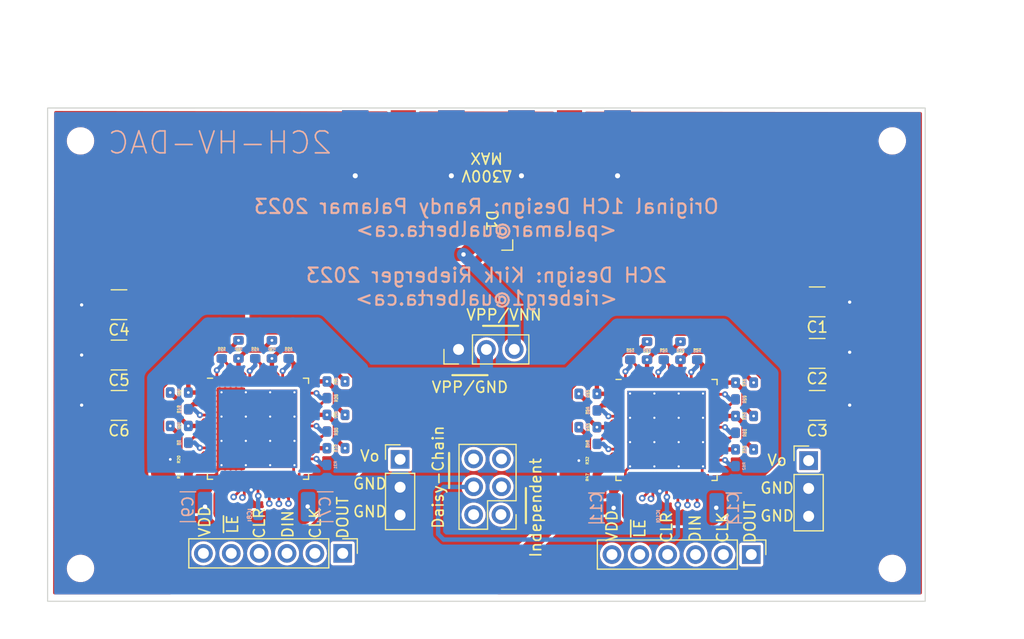
<source format=kicad_pcb>
(kicad_pcb (version 20211014) (generator pcbnew)
  (title_block (title "HVDAC - SPARC Capstone") (date "2023-03-07") (rev "01") (company "SPARC Capstone") (comment 1 "Originally by Randy Palamar") (comment 2 "Revised by Kirk Rieberger"))
  (layers (0 "F.Cu" signal) (1 "In1.Cu" signal) (2 "In2.Cu" signal) (31 "B.Cu" signal) (34 "B.Paste" user) (35 "F.Paste" user) (36 "B.SilkS" user "B.Silkscreen") (37 "F.SilkS" user "F.Silkscreen") (38 "B.Mask" user) (39 "F.Mask" user) (44 "Edge.Cuts" user))
  (property "2R" "75kΩ")
  (net 0 "")
  (net 1 "Net-(D1-Pad4)")
  (net 2 "Net-(D1-Pad2)")
  (net 3 "/DOUT_0")
  (net 4 "Net-(R1-Pad1)")
  (net 5 "Net-(R2-Pad2)")
  (net 6 "/CLK_0")
  (net 7 "GND")
  (net 8 "/DIN_0")
  (net 9 "/CLR_0")
  (net 10 "/~{LE_0}")
  (net 11 "/VB7_0")
  (net 12 "/VB7_1")
  (net 13 "/DOUT_1")
  (net 14 "Net-(R3-Pad1)")
  (net 15 "Net-(R23-Pad2)")
  (net 16 "Net-(R24-Pad1)")
  (net 17 "Net-(R25-Pad2)")
  (net 18 "Net-(R26-Pad1)")
  (net 19 "Net-(R27-Pad2)")
  (net 20 "Net-(R28-Pad1)")
  (net 21 "Net-(R29-Pad2)")
  (net 22 "Net-(R30-Pad1)")
  (net 23 "Net-(R31-Pad2)")
  (net 24 "/VPP")
  (net 26 "/VNN")
  (net 47 "/VDD")
  (net 48 "/CLR_1")
  (net 49 "/~{LE_1}")
  (net 50 "Net-(R11-Pad2)")
  (net 51 "Net-(R19-Pad1)")
  (net 52 "Net-(R21-Pad2)")
  (net 53 "Net-(R22-Pad1)")
  (net 54 "/VL")
  (net 55 "/VB0_0")
  (net 56 "/VB1_0")
  (net 57 "/VB2_0")
  (net 58 "/VB3_0")
  (net 59 "/VB4_0")
  (net 60 "/VB5_0")
  (net 61 "/VB6_0")
  (net 62 "/VB2_1")
  (net 64 "Net-(R51-Pad1)")
  (net 66 "Net-(R50-Pad2)")
  (net 67 "/VB1_1")
  (net 69 "Net-(R49-Pad1)")
  (net 71 "Net-(R48-Pad2)")
  (net 72 "/VB0_1")
  (net 74 "Net-(R47-Pad1)")
  (net 77 "/SRi_1")
  (net 78 "/SRc_1")
  (net 84 "Net-(R62-Pad2)")
  (net 86 "Net-(R61-Pad1)")
  (net 88 "Net-(R60-Pad2)")
  (net 89 "/VB6_1")
  (net 91 "Net-(R59-Pad1)")
  (net 93 "Net-(R58-Pad2)")
  (net 94 "/VB5_1")
  (net 95 "Net-(R57-Pad1)")
  (net 97 "Net-(R56-Pad2)")
  (net 98 "/VB4_1")
  (net 100 "Net-(R55-Pad1)")
  (net 102 "Net-(R54-Pad2)")
  (net 103 "/VB3_1")
  (net 105 "Net-(R53-Pad1)")
  (net 107 "Net-(R52-Pad2)")
  (net 108 "/CLK_1")
  (net 109 "/DIN_1")
  (footprint "grad_kicad_foot:R_0603_1608Metric_small_silk" (layer "F.Cu") (at 141.092682 66.765 -90)
    (fp_text reference "R39")
    (fp_text value "${2R}")
  )
  (footprint "grad_kicad_foot:R_0603_1608Metric_small_silk" (layer "F.Cu") (at 95.403682 75.1586 180)
    (fp_text reference "R3")
    (fp_text value "${2R}")
  )
  (footprint "grad_kicad_foot:Package_HDS" (layer "F.Cu") (at 123.4 54.9 -90)
    (fp_text reference "D1")
    (fp_text value "D_Bridge_+A-A")
  )
  (footprint "Capacitor_SMD:C_1210_3225Metric" (layer "F.Cu") (at 89.908682 71.763369 180)
    (fp_text reference "C6")
    (fp_text value "0.22uF")
  )
  (footprint "Connector_Coaxial:SMA_Molex_73251-1153_EdgeMount_Horizontal" (layer "F.Cu") (at 130.975 49.09 -90)
    (fp_text reference "J2" hide)
    (fp_text value "Conn_Coaxial_Power")
  )
  (footprint "grad_kicad_foot:R_0603_1608Metric_small_silk" (layer "F.Cu") (at 95.408682 78.2086 180)
    (fp_text reference "R1")
    (fp_text value "${2R}")
  )
  (footprint "Capacitor_SMD:C_1210_3225Metric" (layer "F.Cu") (at 89.908682 62.573369 180)
    (fp_text reference "C4")
    (fp_text value "0.22uF")
  )
  (footprint "grad_kicad_foot:R_0603_1608Metric_small_silk" (layer "F.Cu") (at 132.652682 73.746)
    (fp_text reference "R33")
    (fp_text value "${2R}")
  )
  (footprint "grad_kicad_foot:R_0603_1608Metric_small_silk" (layer "F.Cu") (at 146.934682 69.682 180)
    (fp_text reference "R41")
    (fp_text value "${2R}")
  )
  (footprint "grad_kicad_foot:R_0603_1608Metric_small_silk" (layer "F.Cu") (at 100.800682 66.6536 -90)
    (fp_text reference "R6")
    (fp_text value "${2R}")
  )
  (footprint "grad_kicad_foot:R_0603_1608Metric_small_silk" (layer "F.Cu") (at 105.372682 66.6536 90)
    (fp_text reference "R26")
    (fp_text value "${2R}")
  )
  (footprint "grad_kicad_foot:R_0603_1608Metric_small_silk" (layer "F.Cu") (at 146.934682 74.254)
    (fp_text reference "R61")
    (fp_text value "${2R}")
  )
  (footprint "MountingHole:MountingHole_2mm" (layer "F.Cu") (at 86.4 86.628769)
    (fp_text reference "REF**" hide)
    (fp_text value "MountingHole_2mm")
  )
  (footprint "grad_kicad_foot:R_0603_1608Metric_small_silk" (layer "F.Cu") (at 146.934682 75.778 180)
    (fp_text reference "R45")
    (fp_text value "${2R}")
  )
  (footprint "grad_kicad_foot:R_0603_1608Metric_small_silk" (layer "F.Cu") (at 109.690682 69.5706 180)
    (fp_text reference "R8")
    (fp_text value "${2R}")
  )
  (footprint "Package_DFN_QFN:VQFN-64-1EP_9x9mm_P0.5mm_EP7.15x7.15mm_ThermalVias" (layer "F.Cu") (at 139.82 74)
    (fp_text reference "U2" hide)
    (fp_text value "HV2621")
  )
  (footprint "MountingHole:MountingHole_2mm" (layer "F.Cu") (at 160.4 86.628769)
    (fp_text reference "REF**" hide)
    (fp_text value "MountingHole_2mm")
  )
  (footprint "grad_kicad_foot:R_0603_1608Metric_small_silk" (layer "F.Cu") (at 109.690682 71.0946)
    (fp_text reference "R28")
    (fp_text value "${2R}")
  )
  (footprint "MountingHole:MountingHole_2mm" (layer "F.Cu") (at 86.4 47.628769)
    (fp_text reference "REF**" hide)
    (fp_text value "MountingHole_2mm")
  )
  (footprint "grad_kicad_foot:R_0603_1608Metric_small_silk" (layer "F.Cu") (at 103.848682 66.6536 -90)
    (fp_text reference "R7")
    (fp_text value "${2R}")
  )
  (footprint "Connector_Coaxial:SMA_Molex_73251-1153_EdgeMount_Horizontal" (layer "F.Cu") (at 115.825 49.09 -90)
    (fp_text reference "J1" hide)
    (fp_text value "Conn_Coaxial_Power")
  )
  (footprint "Capacitor_SMD:C_1210_3225Metric" (layer "F.Cu") (at 153.552682 62.313369 180)
    (fp_text reference "C1")
    (fp_text value "0.22uF")
  )
  (footprint "Capacitor_SMD:C_1210_3225Metric" (layer "F.Cu") (at 89.908682 67.163369 180)
    (fp_text reference "C5")
    (fp_text value "0.22uF")
  )
  (footprint "Capacitor_SMD:C_1210_3225Metric" (layer "F.Cu") (at 153.552682 71.763369 180)
    (fp_text reference "C3")
    (fp_text value "0.22uF")
  )
  (footprint "grad_kicad_foot:R_0603_1608Metric_small_silk" (layer "F.Cu") (at 99.276682 66.6536 90)
    (fp_text reference "R22")
    (fp_text value "${2R}")
  )
  (footprint "grad_kicad_foot:R_0603_1608Metric_small_silk" (layer "F.Cu") (at 132.652682 78.32 180)
    (fp_text reference "R47")
    (fp_text value "${2R}")
  )
  (footprint "grad_kicad_foot:R_0603_1608Metric_small_silk" (layer "F.Cu") (at 102.324682 66.6536 90)
    (fp_text reference "R24")
    (fp_text value "${2R}")
  )
  (footprint "grad_kicad_foot:R_0603_1608Metric_small_silk" (layer "F.Cu") (at 142.616682 66.765 90)
    (fp_text reference "R57")
    (fp_text value "${2R}")
  )
  (footprint "grad_kicad_foot:R_0603_1608Metric_small_silk" (layer "F.Cu") (at 95.408682 76.6846 180)
    (fp_text reference "R20")
    (fp_text value "${2R}")
  )
  (footprint "grad_kicad_foot:R_0603_1608Metric_small_silk" (layer "F.Cu") (at 139.568682 66.765 90)
    (fp_text reference "R55")
    (fp_text value "${2R}")
  )
  (footprint "grad_kicad_foot:R_0603_1608Metric_small_silk" (layer "F.Cu") (at 132.652682 75.27 180)
    (fp_text reference "R49")
    (fp_text value "${2R}")
  )
  (footprint "Connector_PinHeader_2.54mm:PinHeader_2x03_P2.54mm_Vertical" (layer "F.Cu") (at 124.775 81.725 180)
    (fp_text reference "JP3 JP2" hide)
    (fp_text value "PinHeader_2x03_P2.54mm_Vertical")
  )
  (footprint "grad_kicad_foot:R_0603_1608Metric_small_silk" (layer "F.Cu") (at 95.403682 73.6346)
    (fp_text reference "R4")
    (fp_text value "${2R}")
  )
  (footprint "grad_kicad_foot:R_0603_1608Metric_small_silk" (layer "F.Cu") (at 146.934682 72.73 180)
    (fp_text reference "R43")
    (fp_text value "${2R}")
  )
  (footprint "grad_kicad_foot:R_0603_1608Metric_small_silk" (layer "F.Cu") (at 132.652682 76.796 180)
    (fp_text reference "R32")
    (fp_text value "${2R}")
  )
  (footprint "grad_kicad_foot:R_0603_1608Metric_small_silk" (layer "F.Cu") (at 109.690682 74.1426)
    (fp_text reference "R30")
    (fp_text value "${2R}")
  )
  (footprint "grad_kicad_foot:R_0603_1608Metric_small_silk" (layer "F.Cu") (at 142.616682 66.765 90)
    (fp_text reference "R57")
    (fp_text value "${2R}")
  )
  (footprint "grad_kicad_foot:R_0603_1608Metric_small_silk" (layer "F.Cu") (at 95.403682 72.1106 180)
    (fp_text reference "R19")
    (fp_text value "${2R}")
  )
  (footprint "grad_kicad_foot:R_0603_1608Metric_small_silk" (layer "F.Cu") (at 132.652682 72.222 180)
    (fp_text reference "R51")
    (fp_text value "${2R}")
  )
  (footprint "grad_kicad_foot:R_0603_1608Metric_small_silk" (layer "F.Cu") (at 132.652682 70.698)
    (fp_text reference "R35")
    (fp_text value "${2R}")
  )
  (footprint "Package_DFN_QFN:VQFN-64-1EP_9x9mm_P0.5mm_EP7.15x7.15mm_ThermalVias" (layer "F.Cu") (at 102.578682 73.8886)
    (fp_text reference "U1" hide)
    (fp_text value "HV2621")
  )
  (footprint "grad_kicad_foot:R_0603_1608Metric_small_silk" (layer "F.Cu") (at 138.044682 66.765 -90)
    (fp_text reference "R37")
    (fp_text value "${2R}")
  )
  (footprint "Connector_PinHeader_2.54mm:PinHeader_1x03_P2.54mm_Vertical" (layer "F.Cu") (at 115.532682 76.6826)
    (fp_text reference "J4" hide)
    (fp_text value "Conn_01x03_Female")
  )
  (footprint "Connector_PinHeader_2.54mm:PinHeader_1x03_P2.54mm_Vertical" (layer "F.Cu") (at 120.86 66.6536 90)
    (fp_text reference "JP1" hide)
    (fp_text value "Jumper_3_Open")
  )
  (footprint "grad_kicad_foot:R_0603_1608Metric_small_silk" (layer "F.Cu") (at 95.403682 70.5866)
    (fp_text reference "R5")
    (fp_text value "${2R}")
  )
  (footprint "Connector_PinHeader_2.54mm:PinHeader_1x06_P2.54mm_Vertical" (layer "F.Cu") (at 110.302682 85.256769 -90)
    (fp_text reference "J3" hide)
    (fp_text value "Conn_01x06_Female")
  )
  (footprint "Connector_PinHeader_2.54mm:PinHeader_1x03_P2.54mm_Vertical" (layer "F.Cu") (at 152.774 76.794)
    (fp_text reference "J5" hide)
    (fp_text value "Conn_01x03_Female")
  )
  (footprint "Capacitor_SMD:C_1210_3225Metric" (layer "F.Cu") (at 153.552682 67.013369 180)
    (fp_text reference "C2")
    (fp_text value "0.22uF")
  )
  (footprint "grad_kicad_foot:R_0603_1608Metric_small_silk" (layer "F.Cu") (at 109.690682 72.6186 180)
    (fp_text reference "R9")
    (fp_text value "${2R}")
  )
  (footprint "MountingHole:MountingHole_2mm" (layer "F.Cu") (at 160.4 47.628769)
    (fp_text reference "REF**" hide)
    (fp_text value "MountingHole_2mm")
  )
  (footprint "grad_kicad_foot:R_0603_1608Metric_small_silk" (layer "F.Cu") (at 136.520682 66.765 90)
    (fp_text reference "R53")
    (fp_text value "${2R}")
  )
  (footprint "Connector_PinHeader_2.54mm:PinHeader_1x06_P2.54mm_Vertical" (layer "F.Cu") (at 147.544 85.368169 -90)
    (fp_text reference "J6" hide)
    (fp_text value "Conn_01x06_Female")
  )
  (footprint "grad_kicad_foot:R_0603_1608Metric_small_silk" (layer "F.Cu") (at 146.934682 71.206)
    (fp_text reference "R59")
    (fp_text value "${2R}")
  )
  (footprint "grad_kicad_foot:R_0603_1608Metric_small_silk" (layer "F.Cu") (at 109.690682 75.6666 180)
    (fp_text reference "R10")
    (fp_text value "${2R}")
  )
  (footprint "grad_kicad_foot:R_0603_1608Metric_small_silk" (layer "B.Cu") (at 146.934682 72.73)
    (fp_text reference "R44")
    (fp_text value "${2R}")
  )
  (footprint "Capacitor_SMD:C_1210_3225Metric_Pad1.33x2.70mm_HandSolder" (layer "B.Cu") (at 96.190182 81.0006)
    (fp_text reference "C9")
    (fp_text value "0.1uF")
  )
  (footprint "Capacitor_SMD:C_1210_3225Metric_Pad1.33x2.70mm_HandSolder" (layer "B.Cu") (at 108.708682 81.0006 180)
    (fp_text reference "C7")
    (fp_text value "0.1uF")
  )
  (footprint "grad_kicad_foot:R_0603_1608Metric_small_silk" (layer "B.Cu") (at 109.690682 77.1906 180)
    (fp_text reference "R31")
    (fp_text value "${2R}")
  )
  (footprint "grad_kicad_foot:R_0603_1608Metric_small_silk" (layer "B.Cu") (at 146.934682 71.206 180)
    (fp_text reference "R58")
    (fp_text value "${2R}")
  )
  (footprint "grad_kicad_foot:R_0603_1608Metric_small_silk" (layer "B.Cu") (at 146.934682 74.254 180)
    (fp_text reference "R60")
    (fp_text value "${2R}")
  )
  (footprint "grad_kicad_foot:R_0603_1608Metric_small_silk" (layer "B.Cu") (at 138.044682 66.765 90)
    (fp_text reference "R38")
    (fp_text value "${2R}")
  )
  (footprint "grad_kicad_foot:R_0603_1608Metric_small_silk" (layer "B.Cu") (at 136.520682 66.765 -90)
    (fp_text reference "R52")
    (fp_text value "${2R}")
  )
  (footprint "grad_kicad_foot:R_0603_1608Metric_small_silk" (layer "B.Cu") (at 100.800682 66.6536 90)
    (fp_text reference "R14")
    (fp_text value "${2R}")
  )
  (footprint "grad_kicad_foot:R_0603_1608Metric_small_silk" (layer "B.Cu") (at 132.647682 72.222)
    (fp_text reference "R50")
    (fp_text value "${2R}")
  )
  (footprint "grad_kicad_foot:R_0603_1608Metric_small_silk" (layer "B.Cu") (at 139.568682 66.765 -90)
    (fp_text reference "R54")
    (fp_text value "${2R}")
  )
  (footprint "grad_kicad_foot:R_0603_1608Metric_small_silk" (layer "B.Cu") (at 95.403682 70.5866 180)
    (fp_text reference "R13")
    (fp_text value "${2R}")
  )
  (footprint "Capacitor_SMD:C_0603_1608Metric" (layer "B.Cu") (at 101.816682 81.7626 180)
    (fp_text reference "C8")
    (fp_text value "1uF")
  )
  (footprint "grad_kicad_foot:R_0603_1608Metric_small_silk" (layer "B.Cu") (at 132.647682 75.27)
    (fp_text reference "R48")
    (fp_text value "${2R}")
  )
  (footprint "Capacitor_SMD:C_1210_3225Metric_Pad1.33x2.70mm_HandSolder" (layer "B.Cu") (at 133.434182 81.112)
    (fp_text reference "C11")
    (fp_text value "0.1uF")
  )
  (footprint "grad_kicad_foot:R_0603_1608Metric_small_silk" (layer "B.Cu") (at 102.324682 66.6536 -90)
    (fp_text reference "R23")
    (fp_text value "${2R}")
  )
  (footprint "grad_kicad_foot:R_0603_1608Metric_small_silk" (layer "B.Cu") (at 109.690682 74.1426 180)
    (fp_text reference "R29")
    (fp_text value "${2R}")
  )
  (footprint "Capacitor_SMD:C_1210_3225Metric_Pad1.33x2.70mm_HandSolder" (layer "B.Cu") (at 145.952682 81.112 180)
    (fp_text reference "C12")
    (fp_text value "0.1uF")
  )
  (footprint "grad_kicad_foot:R_0603_1608Metric_small_silk" (layer "B.Cu") (at 142.616682 66.765 -90)
    (fp_text reference "R56")
    (fp_text value "${2R}")
  )
  (footprint "grad_kicad_foot:R_0603_1608Metric_small_silk" (layer "B.Cu") (at 99.276682 66.6536 -90)
    (fp_text reference "R21")
    (fp_text value "${2R}")
  )
  (footprint "grad_kicad_foot:R_0603_1608Metric_small_silk" (layer "B.Cu") (at 95.403682 75.1586)
    (fp_text reference "R2")
    (fp_text value "${2R}")
  )
  (footprint "grad_kicad_foot:R_0603_1608Metric_small_silk" (layer "B.Cu") (at 132.647682 73.746 180)
    (fp_text reference "R34")
    (fp_text value "${2R}")
  )
  (footprint "grad_kicad_foot:R_0603_1608Metric_small_silk" (layer "B.Cu") (at 95.403682 72.1106)
    (fp_text reference "R11")
    (fp_text value "${2R}")
  )
  (footprint "grad_kicad_foot:R_0603_1608Metric_small_silk" (layer "B.Cu") (at 141.092682 66.765 90)
    (fp_text reference "R40")
    (fp_text value "${2R}")
  )
  (footprint "grad_kicad_foot:R_0603_1608Metric_small_silk" (layer "B.Cu") (at 109.690682 69.5706)
    (fp_text reference "R16")
    (fp_text value "${2R}")
  )
  (footprint "grad_kicad_foot:R_0603_1608Metric_small_silk" (layer "B.Cu") (at 105.372682 66.6536 -90)
    (fp_text reference "R25")
    (fp_text value "${2R}")
  )
  (footprint "grad_kicad_foot:R_0603_1608Metric_small_silk" (layer "B.Cu") (at 109.690682 72.6186)
    (fp_text reference "R17")
    (fp_text value "${2R}")
  )
  (footprint "grad_kicad_foot:R_0603_1608Metric_small_silk" (layer "B.Cu") (at 103.848682 66.6536 90)
    (fp_text reference "R15")
    (fp_text value "${2R}")
  )
  (footprint "grad_kicad_foot:R_0603_1608Metric_small_silk" (layer "B.Cu") (at 146.934682 69.682)
    (fp_text reference "R42")
    (fp_text value "${2R}")
  )
  (footprint "grad_kicad_foot:R_0603_1608Metric_small_silk" (layer "B.Cu") (at 95.403682 73.6346 180)
    (fp_text reference "R12")
    (fp_text value "${2R}")
  )
  (footprint "grad_kicad_foot:R_0603_1608Metric_small_silk" (layer "B.Cu") (at 109.690682 71.0946 180)
    (fp_text reference "R27")
    (fp_text value "${2R}")
  )
  (footprint "grad_kicad_foot:R_0603_1608Metric_small_silk" (layer "B.Cu") (at 146.934682 75.778)
    (fp_text reference "R46")
    (fp_text value "${2R}")
  )
  (footprint "grad_kicad_foot:R_0603_1608Metric_small_silk" (layer "B.Cu") (at 109.690682 75.6666)
    (fp_text reference "R18")
    (fp_text value "${2R}")
  )
  (footprint "Capacitor_SMD:C_0603_1608Metric" (layer "B.Cu") (at 139.060682 81.874 180)
    (fp_text reference "C10")
    (fp_text value "1uF")
  )
  (footprint "grad_kicad_foot:R_0603_1608Metric_small_silk" (layer "B.Cu") (at 146.934682 77.302 180)
    (fp_text reference "R62")
    (fp_text value "${2R}")
  )
  (footprint "grad_kicad_foot:R_0603_1608Metric_small_silk" (layer "B.Cu") (at 132.647682 70.698 180)
    (fp_text reference "R36")
    (fp_text value "${2R}")
  )
  (gr_line (start 120.3 69) (end 123.5 69) (layer "F.SilkS") (width 0.2))
  (gr_line (start 120 76.1) (end 120 79.3) (layer "F.SilkS") (width 0.2))
  (gr_line (start 127 79.3) (end 127 82.5) (layer "F.SilkS") (width 0.2))
  (gr_line (start 123.1 64.5) (end 126.3 64.5) (layer "F.SilkS") (width 0.2))
  (gr_rect (start 83.4 44.628769) (end 163.4 89.628769) (layer "Edge.Cuts") (width 0.1) (fill none))
  (gr_text "2CH-HV-DAC" (at 99.1 47.8) (layer "B.SilkS") (effects (font (size 2 2)) (justify mirror)))
  (gr_text "Original 1CH Design: Randy Palamar 2023\n<palamar@ualberta.ca>\n\n2CH Design: Kirk Rieberger 2023\n<rieberg1@ualberta.ca>" (at 123.4 57.8) (layer "B.SilkS") (effects (font (size 1.3 1.3) (thickness 0.2)) (justify mirror)))
  (gr_text "GND" (at 112.776 78.909231) (layer "F.SilkS") (effects (font (size 1 1))))
  (gr_text "GND" (at 149.9 81.84) (layer "F.SilkS") (effects (font (size 1 1))))
  (gr_text "DOUT\n" (at 147.424 82.390769 90) (layer "F.SilkS") (effects (font (size 1 1))))
  (gr_text "CLK" (at 144.924 82.890769 90) (layer "F.SilkS") (effects (font (size 1 1))))
  (gr_text "Vo" (at 112.776 76.369231) (layer "F.SilkS") (effects (font (size 1 1))))
  (gr_text "VDD" (at 134.84 82.734769 90) (layer "F.SilkS") (effects (font (size 1 1))))
  (gr_text "CLK" (at 107.8 82.5 90) (layer "F.SilkS") (effects (font (size 1 1))))
  (gr_text "VPP/VNN" (at 125 63.5) (layer "F.SilkS") (effects (font (size 1 1))))
  (gr_text "Δ300V\nMAX" (at 123.42 50.01 180) (layer "F.SilkS") (effects (font (size 1 1))))
  (gr_text "Vo" (at 149.9 76.76) (layer "F.SilkS") (effects (font (size 1 1))))
  (gr_text "GND" (at 149.9 79.3) (layer "F.SilkS") (effects (font (size 1 1))))
  (gr_text "DIN" (at 105.3 82.6 90) (layer "F.SilkS") (effects (font (size 1 1))))
  (gr_text "DIN" (at 142.424 82.990769 90) (layer "F.SilkS") (effects (font (size 1 1))))
  (gr_text "GND" (at 112.776 81.449231) (layer "F.SilkS") (effects (font (size 1 1))))
  (gr_text "~{LE}" (at 100.256 82.598 90) (layer "F.SilkS") (effects (font (size 1 1))))
  (gr_text "CLR" (at 102.7 82.5 90) (layer "F.SilkS") (effects (font (size 1 1))))
  (gr_text "VPP/GND" (at 121.9 70.1) (layer "F.SilkS") (effects (font (size 1 1))))
  (gr_text "~{LE}" (at 137.38 82.988769 90) (layer "F.SilkS") (effects (font (size 1 1))))
  (gr_text "Independent" (at 127.9 81.1 90) (layer "F.SilkS") (effects (font (size 1 1))))
  (gr_text "Daisy-Chain" (at 119 78.3 90) (layer "F.SilkS") (effects (font (size 1 1))))
  (gr_text "DOUT\n" (at 110.3 82 90) (layer "F.SilkS") (effects (font (size 1 1))))
  (gr_text "CLR" (at 139.824 82.890769 90) (layer "F.SilkS") (effects (font (size 1 1))))
  (gr_text "VDD" (at 97.716 82.344 90) (layer "F.SilkS") (effects (font (size 1 1))))
  (segment (start 129.2606 52.2986) (end 130.975 50.5842) (width 1.2) (layer "F.Cu") (net 1))
  (segment (start 130.975 50.5842) (end 130.975 47.37) (width 1.2) (layer "F.Cu") (net 1))
  (segment (start 124.9426 52.2986) (end 129.2606 52.2986) (width 1.2) (layer "F.Cu") (net 1))
  (segment (start 123.6112 53.63) (end 124.9426 52.2986) (width 1.2) (layer "F.Cu") (net 1))
  (segment (start 120.15 53.63) (end 123.6112 53.63) (width 1.2) (layer "F.Cu") (net 1))
  (segment (start 115.825 47.37) (end 115.825 54.5602) (width 1.2) (layer "F.Cu") (net 2))
  (segment (start 117.4348 56.17) (end 120.15 56.17) (width 1.2) (layer "F.Cu") (net 2))
  (segment (start 115.825 54.5602) (end 117.4348 56.17) (width 1.2) (layer "F.Cu") (net 2))
  (segment (start 105.372682 80.699369) (end 105.358682 80.713369) (width 0.25) (layer "F.Cu") (net 3))
  (segment (start 105.372682 80.22737) (end 105.372682 80.699369) (width 0.25) (layer "F.Cu") (net 3))
  (segment (start 103.828682 78.3261) (end 103.828682 78.68337) (width 0.25) (layer "F.Cu") (net 3))
  (segment (start 103.828682 78.68337) (end 105.372682 80.22737) (width 0.25) (layer "F.Cu") (net 3))
  (via (at 105.358682 80.713369) (size 0.6) (drill 0.3) (layers "F.Cu" "B.Cu") (net 3))
  (segment (start 98.141182 77.6386) (end 96.803682 77.6386) (width 0.25) (layer "F.Cu") (net 4))
  (segment (start 96.803682 77.6386) (end 96.233682 78.2086) (width 0.25) (layer "F.Cu") (net 4))
  (segment (start 98.141182 75.6386) (end 97.280682 75.6386) (width 0.25) (layer "F.Cu") (net 5))
  (via (at 97.280682 75.6386) (size 0.55) (drill 0.25) (layers "F.Cu" "B.Cu") (net 5))
  (segment (start 96.800682 75.1586) (end 97.280682 75.6386) (width 0.4) (layer "B.Cu") (net 5))
  (segment (start 96.545682 75.1586) (end 96.800682 75.1586) (width 0.4) (layer "B.Cu") (net 5))
  (segment (start 103.328682 78.872148) (end 104.483682 80.027148) (width 0.25) (layer "F.Cu") (net 6))
  (segment (start 104.483682 80.027148) (end 104.483682 80.733369) (width 0.25) (layer "F.Cu") (net 6))
  (segment (start 103.328682 78.3261) (end 103.328682 78.872148) (width 0.25) (layer "F.Cu") (net 6))
  (via (at 104.483682 80.733369) (size 0.6) (drill 0.3) (layers "F.Cu" "B.Cu") (net 6))
  (segment (start 139.072682 79.444769) (end 139.202682 79.574769) (width 0.25) (layer "F.Cu") (net 7))
  (segment (start 110.936 47.4726) (end 110.936 48.452) (width 1.2) (layer "F.Cu") (net 7))
  (segment (start 101.828682 78.3261) (end 101.828682 79.333369) (width 0.25) (layer "F.Cu") (net 7))
  (segment (start 101.828682 79.333369) (end 101.958682 79.463369) (width 0.25) (layer "F.Cu") (net 7))
  (segment (start 139.072682 78.4375) (end 139.072682 79.444769) (width 0.25) (layer "F.Cu") (net 7))
  (segment (start 110.936 48.452) (end 110.9472 48.4632) (width 1.2) (layer "F.Cu") (net 7))
  (via (at 86.502682 71.735369) (size 0.6) (drill 0.3) (layers "F.Cu" "B.Cu") (net 7))
  (via (at 156.513682 71.735369) (size 0.6) (drill 0.3) (layers "F.Cu" "B.Cu") (net 7))
  (via (at 86.502682 67.163369) (size 0.6) (drill 0.3) (layers "F.Cu" "B.Cu") (net 7))
  (via (at 156.513682 62.337369) (size 0.6) (drill 0.3) (layers "F.Cu" "B.Cu") (net 7))
  (via (at 101.958682 79.463369) (size 0.6) (drill 0.3) (layers "F.Cu" "B.Cu") (net 7))
  (via (at 156.513682 66.909369) (size 0.6) (drill 0.3) (layers "F.Cu" "B.Cu") (net 7))
  (via (at 86.502682 62.591369) (size 0.6) (drill 0.3) (layers "F.Cu" "B.Cu") (net 7))
  (via (at 139.202682 79.574769) (size 0.6) (drill 0.3) (layers "F.Cu" "B.Cu") (net 7))
  (segment (start 102.828682 78.3261) (end 102.828682 78.9046) (width 0.25) (layer "F.Cu") (net 8))
  (segment (start 103.608682 79.6846) (end 103.608682 80.713369) (width 0.25) (layer "F.Cu") (net 8))
  (segment (start 102.828682 78.9046) (end 103.608682 79.6846) (width 0.25) (layer "F.Cu") (net 8))
  (via (at 103.608682 80.713369) (size 0.6) (drill 0.3) (layers "F.Cu" "B.Cu") (net 8))
  (segment (start 100.828682 78.3261) (end 100.828682 79.643369) (width 0.25) (layer "F.Cu") (net 9))
  (segment (start 100.828682 79.643369) (end 100.358682 80.113369) (width 0.25) (layer "F.Cu") (net 9))
  (via (at 100.358682 80.113369) (size 0.6) (drill 0.3) (layers "F.Cu" "B.Cu") (net 9))
  (segment (start 101.328682 78.3261) (end 101.328682 79.993369) (width 0.25) (layer "F.Cu") (net 10))
  (segment (start 101.328682 79.993369) (end 101.158682 80.163369) (width 0.25) (layer "F.Cu") (net 10))
  (via (at 101.158682 80.163369) (size 0.6) (drill 0.3) (layers "F.Cu" "B.Cu") (net 10))
  (segment (start 108.865682 75.6666) (end 107.951518 75.6666) (width 0.4) (layer "F.Cu") (net 11))
  (segment (start 107.951518 75.6106) (end 107.479518 75.1386) (width 0.4) (layer "F.Cu") (net 11))
  (segment (start 107.951518 75.6666) (end 107.951518 75.6106) (width 0.4) (layer "F.Cu") (net 11))
  (segment (start 107.479518 76.1386) (end 107.016182 76.1386) (width 0.4) (layer "F.Cu") (net 11))
  (segment (start 107.479518 75.1386) (end 107.016182 75.1386) (width 0.4) (layer "F.Cu") (net 11))
  (segment (start 107.951518 75.6666) (end 107.479518 76.1386) (width 0.4) (layer "F.Cu") (net 11))
  (via (at 108.865682 75.6666) (size 0.55) (drill 0.25) (layers "F.Cu" "B.Cu") (net 11))
  (segment (start 146.109682 75.778) (end 145.195518 75.778) (width 0.4) (layer "F.Cu") (net 12))
  (segment (start 145.195518 75.778) (end 145.195518 75.722) (width 0.4) (layer "F.Cu") (net 12))
  (segment (start 145.195518 75.722) (end 144.723518 75.25) (width 0.4) (layer "F.Cu") (net 12))
  (segment (start 144.723518 76.25) (end 144.260182 76.25) (width 0.4) (layer "F.Cu") (net 12))
  (segment (start 144.723518 75.25) (end 144.260182 75.25) (width 0.4) (layer "F.Cu") (net 12))
  (segment (start 145.195518 75.778) (end 144.723518 76.25) (width 0.4) (layer "F.Cu") (net 12))
  (via (at 146.109682 75.778) (size 0.55) (drill 0.25) (layers "F.Cu" "B.Cu") (net 12))
  (segment (start 141.072682 78.4375) (end 141.072682 78.79477) (width 0.25) (layer "F.Cu") (net 13))
  (segment (start 142.616682 80.810769) (end 142.602682 80.824769) (width 0.25) (layer "F.Cu") (net 13))
  (segment (start 142.616682 80.33877) (end 142.616682 80.810769) (width 0.25) (layer "F.Cu") (net 13))
  (segment (start 141.072682 78.79477) (end 142.616682 80.33877) (width 0.25) (layer "F.Cu") (net 13))
  (via (at 142.602682 80.824769) (size 0.6) (drill 0.3) (layers "F.Cu" "B.Cu") (net 13))
  (segment (start 96.748682 74.6386) (end 96.228682 75.1586) (width 0.25) (layer "F.Cu") (net 14))
  (segment (start 98.141182 74.6386) (end 96.748682 74.6386) (width 0.25) (layer "F.Cu") (net 14))
  (segment (start 101.828682 69.4511) (end 101.828682 68.6146) (width 0.25) (layer "F.Cu") (net 15))
  (via (at 101.828682 68.6146) (size 0.55) (drill 0.25) (layers "F.Cu" "B.Cu") (net 15))
  (segment (start 102.324682 67.4786) (end 102.324682 68.1186) (width 0.4) (layer "B.Cu") (net 15))
  (segment (start 102.324682 68.1186) (end 101.828682 68.6146) (width 0.4) (layer "B.Cu") (net 15))
  (segment (start 102.828682 69.4511) (end 102.828682 67.9826) (width 0.25) (layer "F.Cu") (net 16))
  (segment (start 102.828682 67.9826) (end 102.324682 67.4786) (width 0.25) (layer "F.Cu") (net 16))
  (segment (start 104.828682 69.4511) (end 104.828682 68.6146) (width 0.25) (layer "F.Cu") (net 17))
  (via (at 104.828682 68.6146) (size 0.55) (drill 0.25) (layers "F.Cu" "B.Cu") (net 17))
  (segment (start 105.372682 67.4786) (end 105.372682 68.0706) (width 0.4) (layer "B.Cu") (net 17))
  (segment (start 105.372682 68.0706) (end 104.828682 68.6146) (width 0.4) (layer "B.Cu") (net 17))
  (segment (start 105.828682 69.4511) (end 105.828682 67.9346) (width 0.4) (layer "F.Cu") (net 18))
  (segment (start 105.828682 67.9346) (end 105.372682 67.4786) (width 0.4) (layer "F.Cu") (net 18))
  (segment (start 107.016182 70.6386) (end 107.860682 70.6386) (width 0.25) (layer "F.Cu") (net 19))
  (via (at 107.908682 70.6386) (size 0.55) (drill 0.25) (layers "F.Cu" "B.Cu") (net 19))
  (segment (start 108.865682 71.0946) (end 108.316682 71.0946) (width 0.4) (layer "B.Cu") (net 19))
  (segment (start 108.316682 71.0946) (end 107.860682 70.6386) (width 0.4) (layer "B.Cu") (net 19))
  (segment (start 107.016182 71.6386) (end 108.321682 71.6386) (width 0.25) (layer "F.Cu") (net 20))
  (segment (start 108.321682 71.6386) (end 108.865682 71.0946) (width 0.25) (layer "F.Cu") (net 20))
  (segment (start 107.016182 73.6386) (end 107.908682 73.6386) (width 0.25) (layer "F.Cu") (net 21))
  (via (at 107.908682 73.6386) (size 0.55) (drill 0.25) (layers "F.Cu" "B.Cu") (net 21))
  (segment (start 108.865682 74.1426) (end 108.412682 74.1426) (width 0.4) (layer "B.Cu") (net 21))
  (segment (start 108.412682 74.1426) (end 107.908682 73.6386) (width 0.4) (layer "B.Cu") (net 21))
  (segment (start 107.016182 74.6386) (end 108.369682 74.6386) (width 0.25) (layer "F.Cu") (net 22))
  (segment (start 108.369682 74.6386) (end 108.865682 74.1426) (width 0.25) (layer "F.Cu") (net 22))
  (segment (start 107.016182 76.6386) (end 107.956682 76.6386) (width 0.25) (layer "F.Cu") (net 23))
  (via (at 107.908682 76.6386) (size 0.55) (drill 0.25) (layers "F.Cu" "B.Cu") (net 23))
  (segment (start 108.865682 77.1906) (end 108.460682 77.1906) (width 0.4) (layer "B.Cu") (net 23))
  (segment (start 108.460682 77.1906) (end 107.908682 76.6386) (width 0.4) (layer "B.Cu") (net 23))
  (segment (start 136.352682 81.696) (end 136.352682 80.096) (width 1.2) (layer "F.Cu") (net 24))
  (segment (start 112.008682 73.6026) (end 111.468682 74.1426) (width 1.2) (layer "F.Cu") (net 24))
  (segment (start 152.077682 71.763369) (end 152.077682 74.071) (width 1.2) (layer "F.Cu") (net 24))
  (segment (start 142.072682 78.900836) (end 144.267846 81.096) (width 0.4) (layer "F.Cu") (net 24))
  (segment (start 94.583682 78.2086) (end 93.690682 78.2086) (width 1) (layer "F.Cu") (net 24))
  (segment (start 139.271682 64.813) (end 136.817682 64.813) (width 1.2) (layer "F.Cu") (net 24))
  (segment (start 107.808682 80.9846) (end 107.208682 80.9846) (width 1.2) (layer "F.Cu") (net 24))
  (segment (start 142.616682 65.11) (end 142.319682 64.813) (width 1) (layer "F.Cu") (net 24))
  (segment (start 137.072682 79.376) (end 136.352682 80.096) (width 0.4) (layer "F.Cu") (net 24))
  (segment (start 142.072682 78.4375) (end 142.072682 78.79477) (width 0.25) (layer "F.Cu") (net 24))
  (segment (start 99.276682 64.9986) (end 99.573682 64.7016) (width 1) (layer "F.Cu") (net 24))
  (segment (start 105.075682 64.7016) (end 102.027682 64.7016) (width 1.2) (layer "F.Cu") (net 24))
  (segment (start 142.616682 65.94) (end 142.616682 65.11) (width 1) (layer "F.Cu") (net 24))
  (segment (start 114.833682 62.313369) (end 106.237451 62.313369) (width 1.2) (layer "F.Cu") (net 24))
  (segment (start 93.434682 69.944624) (end 93.434682 74.9046) (width 1.2) (layer "F.Cu") (net 24))
  (segment (start 114.833682 62.313369) (end 114.833682 61.188318) (width 1.2) (layer "F.Cu") (net 24))
  (segment (start 122.8252 59.9948) (end 126.65 56.17) (width 1.2) (layer "F.Cu") (net 24))
  (segment (start 93.434682 74.1426) (end 93.434682 77.9526) (width 1.2) (layer "F.Cu") (net 24))
  (segment (start 93.434682 74.1426) (end 93.434682 74.9046) (width 1.2) (layer "F.Cu") (net 24))
  (segment (start 104.828682 78.789436) (end 107.023846 80.9846) (width 0.4) (layer "F.Cu") (net 24))
  (segment (start 149.252682 69.389024) (end 149.252682 73.424769) (width 1.2) (layer "F.Cu") (net 24))
  (segment (start 94.578682 75.1586) (end 93.688682 75.1586) (width 1) (layer "F.Cu") (net 24))
  (segment (start 136.7134 56.17) (end 139.568682 59.025282) (width 1.2) (layer "F.Cu") (net 24))
  (segment (start 130.678682 74.254) (end 130.678682 75.016) (width 1.2) (layer "F.Cu") (net 24))
  (segment (start 136.520682 65.11) (end 136.817682 64.813) (width 1) (layer "F.Cu") (net 24))
  (segment (start 114.833682 71.763369) (end 114.833682 73.9596) (width 1.2) (layer "F.Cu") (net 24))
  (segment (start 93.688682 75.1586) (end 93.434682 74.9046) (width 1) (layer "F.Cu") (net 24))
  (segment (start 136.752682 82.096) (end 136.352682 81.696) (width 1.2) (layer "F.Cu") (net 24))
  (segment (start 131.827682 78.32) (end 130.934682 78.32) (width 1) (layer "F.Cu") (net 24))
  (segment (start 99.276682 65.8286) (end 99.276682 64.9986) (width 1) (layer "F.Cu") (net 24))
  (segment (start 136.817682 64.813) (end 135.921706 64.813) (width 1.2) (layer "F.Cu") (net 24))
  (segment (start 99.108682 81.5846) (end 99.108682 79.9846) (width 1.2) (layer "F.Cu") (net 24))
  (segment (start 110.515682 74.1426) (end 111.468682 74.1426) (width 1) (layer "F.Cu") (net 24))
  (segment (start 107.108682 80.9846) (end 107.208682 80.9846) (width 0.4) (layer "F.Cu") (net 24))
  (segment (start 131.822682 75.27) (end 130.932682 75.27) (width 1) (layer "F.Cu") (net 24))
  (segment (start 94.578682 72.1106) (end 93.688682 72.1106) (width 1) (layer "F.Cu") (net 24))
  (segment (start 131.822682 72.222) (end 130.932682 72.222) (width 1) (layer "F.Cu") (net 24))
  (segment (start 102.324682 65.8286) (end 102.324682 64.9986) (width 1) (layer "F.Cu") (net 24))
  (segment (start 104.828682 78.3261) (end 104.828682 78.68337) (width 0.25) (layer "F.Cu") (net 24))
  (segment (start 126.65 56.17) (end 136.7134 56.17) (width 1.2) (layer "F.Cu") (net 24))
  (segment (start 105.372682 64.9986) (end 105.075682 64.7016) (width 1) (layer "F.Cu") (net 24))
  (segment (start 102.027682 64.7016) (end 99.573682 64.7016) (width 1.2) (layer "F.Cu") (net 24))
  (segment (start 145.052682 81.096) (end 144.452682 81.096) (width 1.2) (layer "F.Cu") (net 24))
  (segment (start 152.077682 74.071) (end 145.052682 81.096) (width 1.2) (layer "F.Cu") (net 24))
  (segment (start 152.077682 67.013369) (end 152.077682 62.313369) (width 1.2) (layer "F.Cu") (net 24))
  (segment (start 112.008682 73.313369) (end 112.008682 73.6026) (width 1.2) (layer "F.Cu") (net 24))
  (segment (start 152.077682 71.763369) (end 152.077682 67.013369) (width 1.2) (layer "F.Cu") (net 24))
  (segment (start 102.408682 64.3206) (end 102.408682 62.7846) (width 1.2) (layer "F.Cu") (net 24))
  (segment (start 135.921706 64.813) (end 130.678682 70.056024) (width 1.2) (layer "F.Cu") (net 24))
  (segment (start 147.759682 74.254) (end 148.712682 74.254) (width 1) (layer "F.Cu") (net 24))
  (segment (start 149.252682 73.714) (end 148.712682 74.254) (width 1.2) (layer "F.Cu") (net 24))
  (segment (start 142.072682 78.4375) (end 142.072682 78.900836) (width 0.4) (layer "F.Cu") (net 24))
  (segment (start 106.237451 62.313369) (end 102.879913 62.313369) (width 1.2) (layer "F.Cu") (net 24))
  (segment (start 105.372682 65.8286) (end 105.372682 64.9986) (width 1) (layer "F.Cu") (net 24))
  (segment (start 130.678682 70.056024) (end 130.678682 75.016) (width 1.2) (layer "F.Cu") (net 24))
  (segment (start 139.568682 59.025282) (end 148.789595 59.025282) (width 1.2) (layer "F.Cu") (net 24))
  (segment (start 104.828682 78.3261) (end 104.828682 78.789436) (width 0.4) (layer "F.Cu") (net 24))
  (segment (start 106.237451 62.313369) (end 106.258682 62.292138) (width 1.2) (layer "F.Cu") (net 24))
  (segment (start 130.934682 78.32) (end 130.932682 78.318) (width 1) (layer "F.Cu") (net 24))
  (segment (start 144.352682 81.096) (end 144.452682 81.096) (width 0.4) (layer "F.Cu") (net 24))
  (segment (start 99.508682 81.9846) (end 99.108682 81.5846) (width 1.2) (layer "F.Cu") (net 24))
  (segment (start 130.678682 74.254) (end 130.678682 78.064) (width 1.2) (layer "F.Cu") (net 24))
  (segment (start 102.879913 62.313369) (end 102.408682 62.7846) (width 1.2) (layer "F.Cu") (net 24))
  (segment (start 93.434682 77.9526) (end 93.688682 78.2066) (width 1.2) (layer "F.Cu") (net 24))
  (segment (start 110.515682 71.0946) (end 111.468682 71.0946) (width 1) (layer "F.Cu") (net 24))
  (segment (start 114.833682 61.188318) (end 116.0272 59.9948) (width 1.2) (layer "F.Cu") (net 24))
  (segment (start 112.008682 69.277624) (end 112.008682 73.313369) (width 1.2) (layer "F.Cu") (net 24))
  (segment (start 130.932682 75.27) (end 130.678682 75.016) (width 1) (layer "F.Cu") (net 24))
  (segment (start 99.828682 78.3261) (end 99.828682 79.2646) (width 0.4) (layer "F.Cu") (net 24))
  (segment (start 144.676658 64.813) (end 149.252682 69.389024) (width 1.2) (layer "F.Cu") (net 24))
  (segment (start 142.319682 64.813) (end 139.271682 64.813) (width 1.2) (layer "F.Cu") (net 24))
  (segment (start 147.759682 71.206) (end 148.712682 71.206) (width 1) (layer "F.Cu") (net 24))
  (segment (start 139.568682 65.94) (end 139.568682 65.11) (width 1) (layer "F.Cu") (net 24))
  (segment (start 149.252682 73.424769) (end 149.252682 73.714) (width 1.2) (layer "F.Cu") (net 24))
  (segment (start 99.828682 79.2646) (end 99.108682 79.9846) (width 0.4) (layer "F.Cu") (net 24))
  (segment (start 142.319682 64.813) (end 144.676658 64.813) (width 1.2) (layer "F.Cu") (net 24))
  (segment (start 116.0272 59.9948) (end 122.8252 59.9948) (width 1.2) (layer "F.Cu") (net 24))
  (segment (start 107.808682 80.9846) (end 106.808682 81.9846) (width 1.2) (layer "F.Cu") (net 24))
  (segment (start 106.808682 81.9846) (end 99.508682 81.9846) (width 1.2) (layer "F.Cu") (net 24))
  (segment (start 105.075682 64.7016) (end 107.432658 64.7016) (width 1.2) (layer "F.Cu") (net 24))
  (segment (start 107.023846 80.9846) (end 107.108682 80.9846) (width 0.4) (layer "F.Cu") (net 24))
  (segment (start 130.678682 78.064) (end 130.932682 78.318) (width 1.2) (layer "F.Cu") (net 24))
  (segment (start 144.052682 82.096) (end 136.752682 82.096) (width 1.2) (layer "F.Cu") (net 24))
  (segment (start 144.267846 81.096) (end 144.352682 81.096) (width 0.4) (layer "F.Cu") (net 24))
  (segment (start 139.568682 59.025282) (end 139.568682 64.516) (width 1.2) (layer "F.Cu") (net 24))
  (segment (start 148.789595 59.025282) (end 152.077682 62.313369) (width 1.2) (layer "F.Cu") (net 24))
  (segment (start 93.690682 78.2086) (end 93.688682 78.2066) (width 1) (layer "F.Cu") (net 24))
  (segment (start 98.677706 64.7016) (end 93.434682 69.944624) (width 1.2) (layer "F.Cu") (net 24))
  (segment (start 145.052682 81.096) (end 144.052682 82.096) (width 1.2) (layer "F.Cu") (net 24))
  (segment (start 99.573682 64.7016) (end 98.677706 64.7016) (width 1.2) (layer "F.Cu") (net 24))
  (segment (start 137.072682 78.4375) (end 137.072682 79.376) (width 0.4) (layer "F.Cu") (net 24))
  (segment (start 139.568682 64.516) (end 139.271682 64.813) (width 1.2) (layer "F.Cu") (net 24))
  (segment (start 136.520682 65.94) (end 136.520682 65.11) (width 1) (layer "F.Cu") (net 24))
  (segment (start 107.432658 64.7016) (end 112.008682 69.277624) (width 1.2) (layer "F.Cu") (net 24))
  (segment (start 114.833682 73.9596) (end 107.808682 80.9846) (width 1.2) (layer "F.Cu") (net 24))
  (segment (start 114.833682 62.313369) (end 114.833682 71.763369) (width 1.2) (layer "F.Cu") (net 24))
  (via (at 144.352682 81.096) (size 0.8) (drill 0.4) (layers "F.Cu" "B.Cu") (net 24))
  (via (at 107.108682 80.9846) (size 0.8) (drill 0.4) (layers "F.Cu" "B.Cu") (net 24))
  (segment (start 93.688682 81.0006) (end 97.752682 81.0006) (width 1.2) (layer "F.Cu") (net 26))
  (segment (start 134.996682 81.112) (end 134.996682 79.5135) (width 0.8) (layer "F.Cu") (net 26))
  (segment (start 97.752682 79.4021) (end 98.677182 78.4776) (width 0.8) (layer "F.Cu") (net 26))
  (segment (start 126.65 53.63) (end 125.7194 53.63) (width 1.2) (layer "F.Cu") (net 26))
  (segment (start 93.688682 81.0006) (end 93.688682 86.688682) (width 1.2) (layer "F.Cu") (net 26))
  (segment (start 91.383682 78.6956) (end 93.688682 81.0006) (width 1.2) (layer "F.Cu") (net 26))
  (segment (start 99.915913 62.466287) (end 99.915913 62.573369) (width 1.2) (layer "F.Cu") (net 26))
  (segment (start 97.752682 81.0006) (end 97.752682 79.4021) (width 0.8) (layer "F.Cu") (net 26))
  (segment (start 136.072682 77.75) (end 136.622682 77.2) (width 0.25) (layer "F.Cu") (net 26))
  (segment (start 121.3118 57.9882) (end 104.394 57.9882) (width 1.2) (layer "F.Cu") (net 26))
  (segment (start 121.3612 57.9882) (end 121.3118 57.9882) (width 1.2) (layer "F.Cu") (net 26))
  (segment (start 105.828682 78.3261) (end 105.828682 77.1096) (width 0.25) (layer "F.Cu") (net 26))
  (segment (start 143.072682 78.4375) (end 143.072682 77.221) (width 0.25) (layer "F.Cu") (net 26))
  (segment (start 130.932682 81.112) (end 134.996682 81.112) (width 1.2) (layer "F.Cu") (net 26))
  (segment (start 136.072682 78.4375) (end 136.072682 77.75) (width 0.25) (layer "F.Cu") (net 26))
  (segment (start 125.7194 53.63) (end 121.3612 57.9882) (width 1.2) (layer "F.Cu") (net 26))
  (segment (start 98.828682 78.3261) (end 98.828682 77.6386) (width 0.25) (layer "F.Cu") (net 26))
  (segment (start 134.996682 79.5135) (end 135.921182 78.589) (width 0.8) (layer "F.Cu") (net 26))
  (segment (start 93.688682 86.688682) (end 95 88) (width 1.2) (layer "F.Cu") (net 26))
  (segment (start 98.828682 77.6386) (end 99.378682 77.0886) (width 0.25) (layer "F.Cu") (net 26))
  (segment (start 124.044682 88) (end 130.932682 81.112) (width 1.2) (layer "F.Cu") (net 26))
  (segment (start 91.383682 62.573369) (end 99.915913 62.573369) (width 1.2) (layer "F.Cu") (net 26))
  (segment (start 95 88) (end 124.044682 88) (width 1.2) (layer "F.Cu") (net 26))
  (segment (start 91.383682 71.763369) (end 91.383682 78.6956) (width 1.2) (layer "F.Cu") (net 26))
  (segment (start 104.394 57.9882) (end 99.915913 62.466287) (width 1.2) (layer "F.Cu") (net 26))
  (segment (start 91.383682 62.573369) (end 91.383682 71.763369) (width 1.2) (layer "F.Cu") (net 26))
  (via (at 97.752682 81.0006) (size 0.8) (drill 0.4) (layers "F.Cu" "B.Cu") (net 26))
  (via (at 121.3118 57.9882) (size 0.8) (drill 0.4) (layers "F.Cu" "B.Cu") (net 26))
  (via (at 134.996682 81.112) (size 0.8) (drill 0.4) (layers "F.Cu" "B.Cu") (net 26))
  (segment (start 125.94 66.6536) (end 125.94 62.6164) (width 1.2) (layer "B.Cu") (net 26))
  (segment (start 125.94 62.6164) (end 121.3118 57.9882) (width 1.2) (layer "B.Cu") (net 26))
  (segment (start 102.328682 78.997053) (end 102.578682 79.247053) (width 0.25) (layer "F.Cu") (net 47))
  (segment (start 139.572682 79.108453) (end 139.822682 79.358453) (width 0.25) (layer "F.Cu") (net 47))
  (segment (start 139.822682 80.094769) (end 139.852682 80.124769) (width 0.25) (layer "F.Cu") (net 47))
  (segment (start 102.328682 78.3261) (end 102.328682 78.997053) (width 0.25) (layer "F.Cu") (net 47))
  (segment (start 102.578682 79.983369) (end 102.608682 80.013369) (width 0.25) (layer "F.Cu") (net 47))
  (segment (start 139.572682 78.4375) (end 139.572682 79.108453) (width 0.25) (layer "F.Cu") (net 47))
  (segment (start 102.578682 79.247053) (end 102.578682 79.983369) (width 0.25) (layer "F.Cu") (net 47))
  (segment (start 139.822682 79.358453) (end 139.822682 80.094769) (width 0.25) (layer "F.Cu") (net 47))
  (via (at 139.852682 80.124769) (size 0.6) (drill 0.3) (layers "F.Cu" "B.Cu") (net 47))
  (via (at 102.608682 80.013369) (size 0.6) (drill 0.3) (layers "F.Cu" "B.Cu") (net 47))
  (segment (start 102.591682 80.030369) (end 102.608682 80.013369) (width 0.25) (layer "B.Cu") (net 47))
  (segment (start 139.852682 81.857) (end 139.835682 81.874) (width 0.25) (layer "B.Cu") (net 47))
  (segment (start 139.852682 80.124769) (end 139.852682 81.857) (width 0.4) (layer "B.Cu") (net 47))
  (segment (start 102.591682 81.7626) (end 102.591682 80.030369) (width 0.4) (layer "B.Cu") (net 47))
  (segment (start 138.072682 79.754769) (end 137.602682 80.224769) (width 0.25) (layer "F.Cu") (net 48))
  (segment (start 138.072682 78.4375) (end 138.072682 79.754769) (width 0.25) (layer "F.Cu") (net 48))
  (via (at 137.602682 80.224769) (size 0.6) (drill 0.3) (layers "F.Cu" "B.Cu") (net 48))
  (segment (start 138.572682 80.104769) (end 138.402682 80.274769) (width 0.25) (layer "F.Cu") (net 49))
  (segment (start 138.572682 78.4375) (end 138.572682 80.104769) (width 0.25) (layer "F.Cu") (net 49))
  (via (at 138.402682 80.274769) (size 0.6) (drill 0.3) (layers "F.Cu" "B.Cu") (net 49))
  (segment (start 98.141182 72.6386) (end 97.264682 72.6386) (width 0.25) (layer "F.Cu") (net 50))
  (via (at 97.280682 72.6386) (size 0.55) (drill 0.25) (layers "F.Cu" "B.Cu") (net 50))
  (segment (start 96.228682 72.1106) (end 96.752682 72.1106) (width 0.4) (layer "B.Cu") (net 50))
  (segment (start 96.752682 72.1106) (end 97.280682 72.6386) (width 0.4) (layer "B.Cu") (net 50))
  (segment (start 96.700682 71.6386) (end 98.141182 71.6386) (width 0.4) (layer "F.Cu") (net 51))
  (segment (start 96.228682 72.1106) (end 96.700682 71.6386) (width 0.4) (layer "F.Cu") (net 51))
  (segment (start 98.828682 69.4511) (end 98.828682 68.6146) (width 0.25) (layer "F.Cu") (net 52))
  (via (at 98.828682 68.5546) (size 0.55) (drill 0.25) (layers "F.Cu" "B.Cu") (net 52))
  (segment (start 99.276682 68.1066) (end 98.828682 68.5546) (width 0.4) (layer "B.Cu") (net 52))
  (segment (start 99.276682 67.4786) (end 99.276682 68.1066) (width 0.4) (layer "B.Cu") (net 52))
  (segment (start 99.828682 69.4511) (end 99.828682 68.0306) (width 0.25) (layer "F.Cu") (net 53))
  (segment (start 99.828682 68.0306) (end 99.276682 67.4786) (width 0.25) (layer "F.Cu") (net 53))
  (via (at 131.827682 76.796) (size 0.55) (drill 0.25) (layers "F.Cu" "B.Cu") (net 54))
  (via (at 94.583682 76.6846) (size 0.55) (drill 0.25) (layers "F.Cu" "B.Cu") (net 54))
  (segment (start 130.14 73.98) (end 131.43 75.27) (width 1.2) (layer "B.Cu") (net 54))
  (segment (start 112.02 76.53) (end 111.3594 77.1906) (width 1.2) (layer "B.Cu") (net 54))
  (segment (start 112.02 70.93) (end 112.02 74.18) (width 1.2) (layer "B.Cu") (net 54))
  (segment (start 121.047081 70.93) (end 123.33 70.93) (width 1.2) (layer "B.Cu") (net 54))
  (segment (start 121.047081 70.93) (end 112.02 70.93) (width 1.2) (layer "B.Cu") (net 54))
  (segment (start 149.42 71.28) (end 149.42 68.86) (width 1.2) (layer "B.Cu") (net 54))
  (segment (start 148.738 77.302) (end 149.42 76.62) (width 1.2) (layer "B.Cu") (net 54))
  (segment (start 139.568682 64.778682) (end 139.23 64.44) (width 1.2) (layer "B.Cu") (net 54))
  (segment (start 142.616682 65.94) (end 142.616682 64.713318) (width 1.2) (layer "B.Cu") (net 54))
  (segment (start 105.372682 64.717318) (end 105.75 64.34) (width 1.2) (layer "B.Cu") (net 54))
  (segment (start 130.14 70.94) (end 130.14 72.04) (width 1.2) (layer "B.Cu") (net 54))
  (segment (start 111.9826 74.1426) (end 112.02 74.18) (width 1.2) (layer "B.Cu") (net 54))
  (segment (start 131.822682 72.222) (end 130.322 72.222) (width 1.2) (layer "B.Cu") (net 54))
  (segment (start 93.08 71.96) (end 93.08 69.27) (width 1.2) (layer "B.Cu") (net 54))
  (segment (start 149.346 71.206) (end 149.42 71.28) (width 1.2) (layer "B.Cu") (net 54))
  (segment (start 102.324682 64.785318) (end 102.77 64.34) (width 1.2) (layer "B.Cu") (net 54))
  (segment (start 93.08 74.64) (end 93.08 71.96) (width 1.2) (layer "B.Cu") (net 54))
  (segment (start 110.515682 71.0946) (end 111.8554 71.0946) (width 1.2) (layer "B.Cu") (net 54))
  (segment (start 149.42 76.62) (end 149.42 74.04) (width 1.2) (layer "B.Cu") (net 54))
  (segment (start 142.89 64.44) (end 139.23 64.44) (width 1.2) (layer "B.Cu") (net 54))
  (segment (start 139.23 64.44) (end 136.6 64.44) (width 1.2) (layer "B.Cu") (net 54))
  (segment (start 93.08 69.27) (end 98.01 64.34) (width 1.2) (layer "B.Cu") (net 54))
  (segment (start 147.759682 71.206) (end 149.346 71.206) (width 1.2) (layer "B.Cu") (net 54))
  (segment (start 107.99 64.34) (end 105.75 64.34) (width 1.2) (layer "B.Cu") (net 54))
  (segment (start 123.4 70.86) (end 123.33 70.93) (width 1.2) (layer "B.Cu") (net 54))
  (segment (start 94.578682 75.1586) (end 93.5986 75.1586) (width 1.2) (layer "B.Cu") (net 54))
  (segment (start 125.97 70.93) (end 130.13 70.93) (width 1.2) (layer "B.Cu") (net 54))
  (segment (start 123.4 66.6536) (end 123.4 70.86) (width 1.2) (layer "B.Cu") (net 54))
  (segment (start 149.206 74.254) (end 149.42 74.04) (width 1.2) (layer "B.Cu") (net 54))
  (segment (start 123.33 70.93) (end 125.97 70.93) (width 1.2) (layer "B.Cu") (net 54))
  (segment (start 102.77 64.34) (end 105.75 64.34) (width 1.2) (layer "B.Cu") (net 54))
  (segment (start 99.276682 64.516682) (end 99.1 64.34) (width 1.2) (layer "B.Cu") (net 54))
  (segment (start 93.2306 72.1106) (end 93.08 71.96) (width 1.2) (layer "B.Cu") (net 54))
  (segment (start 147.759682 74.254) (end 149.206 74.254) (width 1.2) (layer "B.Cu") (net 54))
  (segment (start 139.568682 65.94) (end 139.568682 64.778682) (width 1.2) (layer "B.Cu") (net 54))
  (segment (start 147.759682 77.302) (end 148.738 77.302) (width 1.2) (layer "B.Cu") (net 54))
  (segment (start 130.14 72.04) (end 130.14 73.98) (width 1.2) (layer "B.Cu") (net 54))
  (segment (start 136.6 64.44) (end 135.33 64.44) (width 1.2) (layer "B.Cu") (net 54))
  (segment (start 94.578682 72.1106) (end 93.2306 72.1106) (width 1.2) (layer "B.Cu") (net 54))
  (segment (start 136.520682 64.519318) (end 136.6 64.44) (width 1.2) (layer "B.Cu") (net 54))
  (segment (start 149.42 74.04) (end 149.42 71.28) (width 1.2) (layer "B.Cu") (net 54))
  (segment (start 111.8554 71.0946) (end 112.02 70.93) (width 1.2) (layer "B.Cu") (net 54))
  (segment (start 99.1 64.34) (end 102.77 64.34) (width 1.2) (layer "B.Cu") (net 54))
  (segment (start 112.02 74.18) (end 112.02 76.53) (width 1.2) (layer "B.Cu") (net 54))
  (segment (start 98.01 64.34) (end 99.1 64.34) (width 1.2) (layer "B.Cu") (net 54))
  (segment (start 136.520682 65.94) (end 136.520682 64.519318) (width 1.2) (layer "B.Cu") (net 54))
  (segment (start 93.5986 75.1586) (end 93.08 74.64) (width 1.2) (layer "B.Cu") (net 54))
  (segment (start 135.33 64.44) (end 130.14 69.63) (width 1.2) (layer "B.Cu") (net 54))
  (segment (start 112.02 70.93) (end 112.02 68.37) (width 1.2) (layer "B.Cu") (net 54))
  (segment (start 130.322 72.222) (end 130.14 72.04) (width 1.2) (layer "B.Cu") (net 54))
  (segment (start 142.616682 64.713318) (end 142.89 64.44) (width 1.2) (layer "B.Cu") (net 54))
  (segment (start 111.3594 77.1906) (end 110.515682 77.1906) (width 1.2) (layer "B.Cu") (net 54))
  (segment (start 145 64.44) (end 142.89 64.44) (width 1.2) (layer "B.Cu") (net 54))
  (segment (start 149.42 68.86) (end 145 64.44) (width 1.2) (layer "B.Cu") (net 54))
  (segment (start 131.43 75.27) (end 131.822682 75.27) (width 1.2) (layer "B.Cu") (net 54))
  (segment (start 99.276682 65.8286) (end 99.276682 64.516682) (width 1.2) (layer "B.Cu") (net 54))
  (segment (start 102.324682 65.8286) (end 102.324682 64.785318) (width 1.2) (layer "B.Cu") (net 54))
  (segment (start 105.372682 65.8286) (end 105.372682 64.717318) (width 1.2) (layer "B.Cu") (net 54))
  (segment (start 130.14 69.63) (end 130.14 70.94) (width 1.2) (layer "B.Cu") (net 54))
  (segment (start 110.515682 74.1426) (end 111.9826 74.1426) (width 1.2) (layer "B.Cu") (net 54))
  (segment (start 130.13 70.93) (end 130.14 70.94) (width 1.2) (layer "B.Cu") (net 54))
  (segment (start 112.02 68.37) (end 107.99 64.34) (width 1.2) (layer "B.Cu") (net 54))
  (segment (start 97.233264 76.694018) (end 96.2431 76.694018) (width 0.4) (layer "F.Cu") (net 55))
  (segment (start 97.233264 76.694018) (end 97.677846 77.1386) (width 0.4) (layer "F.Cu") (net 55))
  (segment (start 98.141182 77.1386) (end 97.783912 77.1386) (width 0.25) (layer "F.Cu") (net 55))
  (segment (start 95.501682 75.9526) (end 95.501682 74.5576) (width 0.4) (layer "F.Cu") (net 55))
  (segment (start 97.677846 77.1386) (end 98.141182 77.1386) (width 0.4) (layer "F.Cu") (net 55))
  (segment (start 96.233682 76.6846) (end 95.501682 75.9526) (width 0.4) (layer "F.Cu") (net 55))
  (segment (start 98.141182 76.1386) (end 97.677846 76.1386) (width 0.4) (layer "F.Cu") (net 55))
  (segment (start 97.677846 76.1386) (end 97.233264 76.583182) (width 0.4) (layer "F.Cu") (net 55))
  (segment (start 95.501682 74.5576) (end 94.578682 73.6346) (width 0.4) (layer "F.Cu") (net 55))
  (segment (start 97.233264 76.583182) (end 97.233264 76.694018) (width 0.4) (layer "F.Cu") (net 55))
  (via (at 94.578682 73.6346) (size 0.55) (drill 0.25) (layers "F.Cu" "B.Cu") (net 55))
  (segment (start 97.677846 73.1386) (end 98.141182 73.1386) (width 0.4) (layer "F.Cu") (net 56))
  (segment (start 96.228682 73.6346) (end 97.181846 73.6346) (width 0.4) (layer "F.Cu") (net 56))
  (segment (start 95.405183 72.811101) (end 96.228682 73.6346) (width 0.4) (layer "F.Cu") (net 56))
  (segment (start 97.181846 73.6346) (end 97.677846 73.1386) (width 0.4) (layer "F.Cu") (net 56))
  (segment (start 97.181846 73.6346) (end 97.181846 73.6426) (width 0.4) (layer "F.Cu") (net 56))
  (segment (start 97.181846 73.6426) (end 97.677846 74.1386) (width 0.4) (layer "F.Cu") (net 56))
  (segment (start 97.677846 74.1386) (end 98.141182 74.1386) (width 0.4) (layer "F.Cu") (net 56))
  (segment (start 94.578682 70.5866) (end 95.405183 71.413101) (width 0.4) (layer "F.Cu") (net 56))
  (segment (start 95.405183 71.413101) (end 95.405183 72.811101) (width 0.4) (layer "F.Cu") (net 56))
  (via (at 94.578682 70.5866) (size 0.55) (drill 0.25) (layers "F.Cu" "B.Cu") (net 56))
  (via (at 96.228682 73.6346) (size 0.55) (drill 0.25) (layers "F.Cu" "B.Cu") (net 56))
  (segment (start 98.141182 71.1386) (end 97.783912 71.1386) (width 0.25) (layer "F.Cu") (net 57))
  (segment (start 96.228682 70.5866) (end 96.228682 69.306309) (width 0.4) (layer "F.Cu") (net 57))
  (segment (start 96.228682 69.306309) (end 98.783391 66.7516) (width 0.4) (layer "F.Cu") (net 57))
  (segment (start 97.783912 71.1386) (end 97.402182 70.75687) (width 0.25) (layer "F.Cu") (net 57))
  (segment (start 97.231912 70.5866) (end 97.231912 70.584534) (width 0.4) (layer "F.Cu") (net 57))
  (segment (start 96.228682 70.5866) (end 97.231912 70.5866) (width 0.4) (layer "F.Cu") (net 57))
  (segment (start 99.877682 66.7516) (end 100.800682 65.8286) (width 0.4) (layer "F.Cu") (net 57))
  (segment (start 97.231912 70.5866) (end 97.402182 70.75687) (width 0.4) (layer "F.Cu") (net 57))
  (segment (start 98.783391 66.7516) (end 99.877682 66.7516) (width 0.4) (layer "F.Cu") (net 57))
  (segment (start 97.677846 70.1386) (end 98.141182 70.1386) (width 0.4) (layer "F.Cu") (net 57))
  (segment (start 97.231912 70.584534) (end 97.677846 70.1386) (width 0.4) (layer "F.Cu") (net 57))
  (via (at 100.800682 65.8286) (size 0.55) (drill 0.25) (layers "F.Cu" "B.Cu") (net 57))
  (via (at 96.228682 70.5866) (size 0.55) (drill 0.25) (layers "F.Cu" "B.Cu") (net 57))
  (segment (start 100.800682 67.4786) (end 100.800682 68.459764) (width 0.4) (layer "F.Cu") (net 58))
  (segment (start 100.800682 68.459764) (end 101.328682 68.987764) (width 0.4) (layer "F.Cu") (net 58))
  (segment (start 100.328682 68.931764) (end 100.328682 69.4511) (width 0.4) (layer "F.Cu") (net 58))
  (segment (start 102.925682 66.7516) (end 103.848682 65.8286) (width 0.4) (layer "F.Cu") (net 58))
  (segment (start 100.800682 68.459764) (end 100.328682 68.931764) (width 0.4) (layer "F.Cu") (net 58))
  (segment (start 100.800682 67.4786) (end 101.527682 66.7516) (width 0.4) (layer "F.Cu") (net 58))
  (segment (start 101.328682 68.987764) (end 101.328682 69.4511) (width 0.4) (layer "F.Cu") (net 58))
  (segment (start 101.527682 66.7516) (end 102.925682 66.7516) (width 0.4) (layer "F.Cu") (net 58))
  (via (at 103.848682 65.8286) (size 0.55) (drill 0.25) (layers "F.Cu" "B.Cu") (net 58))
  (via (at 100.800682 67.4786) (size 0.55) (drill 0.25) (layers "F.Cu" "B.Cu") (net 58))
  (segment (start 103.808682 68.507764) (end 103.328682 68.987764) (width 0.4) (layer "F.Cu") (net 59))
  (segment (start 107.696682 66.7516) (end 110.515682 69.5706) (width 0.4) (layer "F.Cu") (net 59))
  (segment (start 104.575682 66.7516) (end 107.696682 66.7516) (width 0.4) (layer "F.Cu") (net 59))
  (segment (start 103.848682 68.507764) (end 103.808682 68.507764) (width 0.4) (layer "F.Cu") (net 59))
  (segment (start 103.848682 68.507764) (end 104.328682 68.987764) (width 0.4) (layer "F.Cu") (net 59))
  (segment (start 103.848682 67.4786) (end 103.848682 68.507764) (width 0.4) (layer "F.Cu") (net 59))
  (segment (start 103.848682 67.4786) (end 104.575682 66.7516) (width 0.4) (layer "F.Cu") (net 59))
  (segment (start 104.328682 68.987764) (end 104.328682 69.4511) (width 0.4) (layer "F.Cu") (net 59))
  (segment (start 103.328682 68.987764) (end 103.328682 69.4511) (width 0.4) (layer "F.Cu") (net 59))
  (via (at 103.848682 67.4786) (size 0.55) (drill 0.25) (layers "F.Cu" "B.Cu") (net 59))
  (via (at 110.515682 69.5706) (size 0.55) (drill 0.25) (layers "F.Cu" "B.Cu") (net 59))
  (segment (start 109.592682 71.6956) (end 110.515682 72.6186) (width 0.4) (layer "F.Cu") (net 60))
  (segment (start 108.865682 69.5706) (end 106.896682 69.5706) (width 0.4) (layer "F.Cu") (net 60))
  (segment (start 108.865682 69.5706) (end 109.592682 70.2976) (width 0.4) (layer "F.Cu") (net 60))
  (segment (start 106.896682 70.0191) (end 107.016182 70.1386) (width 0.4) (layer "F.Cu") (net 60))
  (segment (start 109.592682 70.2976) (end 109.592682 71.6956) (width 0.4) (layer "F.Cu") (net 60))
  (segment (start 106.896682 69.5706) (end 106.896682 70.0191) (width 0.4) (layer "F.Cu") (net 60))
  (segment (start 106.896682 69.5706) (end 106.642682 69.3166) (width 0.4) (layer "F.Cu") (net 60))
  (segment (start 106.642682 69.3166) (end 106.388682 69.3166) (width 0.4) (layer "F.Cu") (net 60))
  (via (at 110.515682 72.6186) (size 0.55) (drill 0.25) (layers "F.Cu" "B.Cu") (net 60))
  (via (at 108.865682 69.5706) (size 0.55) (drill 0.25) (layers "F.Cu" "B.Cu") (net 60))
  (segment (start 108.865682 72.6186) (end 107.999518 72.6186) (width 0.4) (layer "F.Cu") (net 61))
  (segment (start 109.592682 73.3456) (end 109.592682 74.7436) (width 0.4) (layer "F.Cu") (net 61))
  (segment (start 107.999518 72.6186) (end 107.519518 72.1386) (width 0.4) (layer "F.Cu") (net 61))
  (segment (start 107.519518 72.1386) (end 107.016182 72.1386) (width 0.4) (layer "F.Cu") (net 61))
  (segment (start 107.479518 73.1386) (end 107.016182 73.1386) (width 0.4) (layer "F.Cu") (net 61))
  (segment (start 108.865682 72.6186) (end 109.592682 73.3456) (width 0.4) (layer "F.Cu") (net 61))
  (segment (start 109.592682 74.7436) (end 110.515682 75.6666) (width 0.4) (layer "F.Cu") (net 61))
  (segment (start 107.999518 72.6186) (end 107.479518 73.1386) (width 0.4) (layer "F.Cu") (net 61))
  (via (at 110.515682 75.6666) (size 0.55) (drill 0.25) (layers "F.Cu" "B.Cu") (net 61))
  (via (at 108.865682 72.6186) (size 0.55) (drill 0.25) (layers "F.Cu" "B.Cu") (net 61))
  (segment (start 135.027912 71.25) (end 134.646182 70.86827) (width 0.25) (layer "F.Cu") (net 62))
  (segment (start 133.472682 69.417709) (end 136.027391 66.863) (width 0.4) (layer "F.Cu") (net 62))
  (segment (start 134.475912 70.695934) (end 134.921846 70.25) (width 0.4) (layer "F.Cu") (net 62))
  (segment (start 137.121682 66.863) (end 138.044682 65.94) (width 0.4) (layer "F.Cu") (net 62))
  (segment (start 133.472682 70.698) (end 134.475912 70.698) (width 0.4) (layer "F.Cu") (net 62))
  (segment (start 135.385182 71.25) (end 135.027912 71.25) (width 0.25) (layer "F.Cu") (net 62))
  (segment (start 134.475912 70.698) (end 134.475912 70.695934) (width 0.4) (layer "F.Cu") (net 62))
  (segment (start 134.921846 70.25) (end 135.385182 70.25) (width 0.4) (layer "F.Cu") (net 62))
  (segment (start 134.475912 70.698) (end 134.646182 70.86827) (width 0.4) (layer "F.Cu") (net 62))
  (segment (start 136.027391 66.863) (end 137.121682 66.863) (width 0.4) (layer "F.Cu") (net 62))
  (segment (start 133.472682 70.698) (end 133.472682 69.417709) (width 0.4) (layer "F.Cu") (net 62))
  (via (at 138.044682 65.94) (size 0.55) (drill 0.25) (layers "F.Cu" "B.Cu") (net 62))
  (via (at 133.472682 70.698) (size 0.55) (drill 0.25) (layers "F.Cu" "B.Cu") (net 62))
  (segment (start 133.472682 72.222) (end 133.944682 71.75) (width 0.4) (layer "F.Cu") (net 64))
  (segment (start 133.944682 71.75) (end 135.385182 71.75) (width 0.4) (layer "F.Cu") (net 64))
  (segment (start 135.385182 72.75) (end 134.508682 72.75) (width 0.25) (layer "F.Cu") (net 66))
  (via (at 134.524682 72.75) (size 0.55) (drill 0.25) (layers "F.Cu" "B.Cu") (net 66))
  (segment (start 133.472682 72.222) (end 133.996682 72.222) (width 0.4) (layer "B.Cu") (net 66))
  (segment (start 133.996682 72.222) (end 134.524682 72.75) (width 0.4) (layer "B.Cu") (net 66))
  (segment (start 134.921846 73.25) (end 135.385182 73.25) (width 0.4) (layer "F.Cu") (net 67))
  (segment (start 134.921846 74.25) (end 135.385182 74.25) (width 0.4) (layer "F.Cu") (net 67))
  (segment (start 134.425846 73.754) (end 134.921846 74.25) (width 0.4) (layer "F.Cu") (net 67))
  (segment (start 132.649183 71.524501) (end 132.649183 72.922501) (width 0.4) (layer "F.Cu") (net 67))
  (segment (start 131.822682 70.698) (end 132.649183 71.524501) (width 0.4) (layer "F.Cu") (net 67))
  (segment (start 132.649183 72.922501) (end 133.472682 73.746) (width 0.4) (layer "F.Cu") (net 67))
  (segment (start 133.472682 73.746) (end 134.425846 73.746) (width 0.4) (layer "F.Cu") (net 67))
  (segment (start 134.425846 73.746) (end 134.921846 73.25) (width 0.4) (layer "F.Cu") (net 67))
  (segment (start 134.425846 73.746) (end 134.425846 73.754) (width 0.4) (layer "F.Cu") (net 67))
  (via (at 133.472682 73.746) (size 0.55) (drill 0.25) (layers "F.Cu" "B.Cu") (net 67))
  (via (at 131.822682 70.698) (size 0.55) (drill 0.25) (layers "F.Cu" "B.Cu") (net 67))
  (segment (start 135.385182 74.75) (end 133.992682 74.75) (width 0.25) (layer "F.Cu") (net 69))
  (segment (start 133.992682 74.75) (end 133.472682 75.27) (width 0.25) (layer "F.Cu") (net 69))
  (segment (start 135.385182 75.75) (end 134.524682 75.75) (width 0.25) (layer "F.Cu") (net 71))
  (via (at 134.524682 75.75) (size 0.55) (drill 0.25) (layers "F.Cu" "B.Cu") (net 71))
  (segment (start 134.044682 75.27) (end 134.524682 75.75) (width 0.4) (layer "B.Cu") (net 71))
  (segment (start 133.472682 75.27) (end 134.044682 75.27) (width 0.4) (layer "B.Cu") (net 71))
  (segment (start 134.477264 76.805418) (end 134.921846 77.25) (width 0.4) (layer "F.Cu") (net 72))
  (segment (start 134.477264 76.694582) (end 134.477264 76.805418) (width 0.4) (layer "F.Cu") (net 72))
  (segment (start 135.385182 77.25) (end 135.027912 77.25) (width 0.25) (layer "F.Cu") (net 72))
  (segment (start 133.477682 76.796) (end 132.745682 76.064) (width 0.4) (layer "F.Cu") (net 72))
  (segment (start 132.745682 76.064) (end 132.745682 74.669) (width 0.4) (layer "F.Cu") (net 72))
  (segment (start 134.921846 76.25) (end 134.477264 76.694582) (width 0.4) (layer "F.Cu") (net 72))
  (segment (start 132.745682 74.669) (end 131.822682 73.746) (width 0.4) (layer "F.Cu") (net 72))
  (segment (start 135.385182 76.25) (end 134.921846 76.25) (width 0.4) (layer "F.Cu") (net 72))
  (segment (start 134.477264 76.805418) (end 133.4871 76.805418) (width 0.4) (layer "F.Cu") (net 72))
  (segment (start 134.921846 77.25) (end 135.385182 77.25) (width 0.4) (layer "F.Cu") (net 72))
  (via (at 131.822682 73.746) (size 0.55) (drill 0.25) (layers "F.Cu" "B.Cu") (net 72))
  (segment (start 135.385182 77.75) (end 134.047682 77.75) (width 0.25) (layer "F.Cu") (net 74))
  (segment (start 134.047682 77.75) (end 133.477682 78.32) (width 0.25) (layer "F.Cu") (net 74))
  (segment (start 140.072682 79.016) (end 140.852682 79.796) (width 0.25) (layer "F.Cu") (net 77))
  (segment (start 140.852682 79.796) (end 140.852682 80.824769) (width 0.25) (layer "F.Cu") (net 77))
  (segment (start 140.072682 78.4375) (end 140.072682 79.016) (width 0.25) (layer "F.Cu") (net 77))
  (via (at 140.852682 80.824769) (size 0.6) (drill 0.3) (layers "F.Cu" "B.Cu") (net 77))
  (segment (start 119.5 84) (end 119 83.5) (width 0.4) (layer "B.Cu") (net 77))
  (segment (start 119.5 79.2) (end 122.2 79.2) (width 0.4) (layer "B.Cu") (net 77))
  (segment (start 140.852682 80.824769) (end 140.852682 83.647318) (width 0.4) (layer "B.Cu") (net 77))
  (segment (start 140.5 84) (end 119.5 84) (width 0.4) (layer "B.Cu") (net 77))
  (segment (start 119 83.5) (end 119 79.7) (width 0.4) (layer "B.Cu") (net 77))
  (segment (start 119 79.7) (end 119.5 79.2) (width 0.4) (layer "B.Cu") (net 77))
  (segment (start 140.852682 83.647318) (end 140.5 84) (width 0.4) (layer "B.Cu") (net 77))
  (segment (start 141.727682 80.138548) (end 141.727682 80.844769) (width 0.25) (layer "F.Cu") (net 78))
  (segment (start 140.572682 78.4375) (end 140.572682 78.983548) (width 0.25) (layer "F.Cu") (net 78))
  (segment (start 140.572682 78.983548) (end 141.727682 80.138548) (width 0.25) (layer "F.Cu") (net 78))
  (via (at 141.727682 80.844769) (size 0.6) (drill 0.3) (layers "F.Cu" "B.Cu") (net 78))
  (segment (start 144.260182 76.75) (end 145.200682 76.75) (width 0.25) (layer "F.Cu") (net 84))
  (via (at 145.152682 76.75) (size 0.55) (drill 0.25) (layers "F.Cu" "B.Cu") (net 84))
  (segment (start 145.704682 77.302) (end 145.152682 76.75) (width 0.4) (layer "B.Cu") (net 84))
  (segment (start 146.109682 77.302) (end 145.704682 77.302) (width 0.4) (layer "B.Cu") (net 84))
  (segment (start 144.260182 74.75) (end 145.613682 74.75) (width 0.25) (layer "F.Cu") (net 86))
  (segment (start 145.613682 74.75) (end 146.109682 74.254) (width 0.25) (layer "F.Cu") (net 86))
  (segment (start 144.260182 73.75) (end 145.152682 73.75) (width 0.25) (layer "F.Cu") (net 88))
  (via (at 145.152682 73.75) (size 0.55) (drill 0.25) (layers "F.Cu" "B.Cu") (net 88))
  (segment (start 146.109682 74.254) (end 145.656682 74.254) (width 0.4) (layer "B.Cu") (net 88))
  (segment (start 145.656682 74.254) (end 145.152682 73.75) (width 0.4) (layer "B.Cu") (net 88))
  (segment (start 146.109682 72.73) (end 145.243518 72.73) (width 0.4) (layer "F.Cu") (net 89))
  (segment (start 144.763518 72.25) (end 144.260182 72.25) (width 0.4) (layer "F.Cu") (net 89))
  (segment (start 145.243518 72.73) (end 144.723518 73.25) (width 0.4) (layer "F.Cu") (net 89))
  (segment (start 145.243518 72.73) (end 144.763518 72.25) (width 0.4) (layer "F.Cu") (net 89))
  (segment (start 146.109682 72.73) (end 146.836682 73.457) (width 0.4) (layer "F.Cu") (net 89))
  (segment (start 144.723518 73.25) (end 144.260182 73.25) (width 0.4) (layer "F.Cu") (net 89))
  (segment (start 146.836682 73.457) (end 146.836682 74.855) (width 0.4) (layer "F.Cu") (net 89))
  (segment (start 146.836682 74.855) (end 147.759682 75.778) (width 0.4) (layer "F.Cu") (net 89))
  (via (at 147.759682 75.778) (size 0.55) (drill 0.25) (layers "F.Cu" "B.Cu") (net 89))
  (via (at 146.109682 72.73) (size 0.55) (drill 0.25) (layers "F.Cu" "B.Cu") (net 89))
  (segment (start 145.565682 71.75) (end 146.109682 71.206) (width 0.25) (layer "F.Cu") (net 91))
  (segment (start 144.260182 71.75) (end 145.565682 71.75) (width 0.25) (layer "F.Cu") (net 91))
  (segment (start 144.260182 70.75) (end 145.104682 70.75) (width 0.25) (layer "F.Cu") (net 93))
  (via (at 145.152682 70.75) (size 0.55) (drill 0.25) (layers "F.Cu" "B.Cu") (net 93))
  (segment (start 145.608682 71.206) (end 145.152682 70.75) (width 0.4) (layer "B.Cu") (net 93))
  (segment (start 146.109682 71.206) (end 145.608682 71.206) (width 0.4) (layer "B.Cu") (net 93))
  (segment (start 144.140682 70.1305) (end 144.260182 70.25) (width 0.4) (layer "F.Cu") (net 94))
  (segment (start 146.836682 71.807) (end 147.759682 72.73) (width 0.4) (layer "F.Cu") (net 94))
  (segment (start 146.836682 70.409) (end 146.836682 71.807) (width 0.4) (layer "F.Cu") (net 94))
  (segment (start 143.886682 69.428) (end 143.632682 69.428) (width 0.4) (layer "F.Cu") (net 94))
  (segment (start 144.140682 69.682) (end 144.140682 70.1305) (width 0.4) (layer "F.Cu") (net 94))
  (segment (start 146.109682 69.682) (end 146.836682 70.409) (width 0.4) (layer "F.Cu") (net 94))
  (segment (start 146.109682 69.682) (end 144.140682 69.682) (width 0.4) (layer "F.Cu") (net 94))
  (segment (start 144.140682 69.682) (end 143.886682 69.428) (width 0.4) (layer "F.Cu") (net 94))
  (via (at 146.109682 69.682) (size 0.55) (drill 0.25) (layers "F.Cu" "B.Cu") (net 94))
  (via (at 147.759682 72.73) (size 0.55) (drill 0.25) (layers "F.Cu" "B.Cu") (net 94))
  (segment (start 143.072682 69.5625) (end 143.072682 68.046) (width 0.4) (layer "F.Cu") (net 95))
  (segment (start 143.072682 68.046) (end 142.616682 67.59) (width 0.4) (layer "F.Cu") (net 95))
  (segment (start 142.072682 69.5625) (end 142.072682 68.726) (width 0.25) (layer "F.Cu") (net 97))
  (via (at 142.072682 68.726) (size 0.55) (drill 0.25) (layers "F.Cu" "B.Cu") (net 97))
  (segment (start 142.616682 68.182) (end 142.072682 68.726) (width 0.4) (layer "B.Cu") (net 97))
  (segment (start 142.616682 67.59) (end 142.616682 68.182) (width 0.4) (layer "B.Cu") (net 97))
  (segment (start 140.572682 69.099164) (end 140.572682 69.5625) (width 0.4) (layer "F.Cu") (net 98))
  (segment (start 141.819682 66.863) (end 144.940682 66.863) (width 0.4) (layer "F.Cu") (net 98))
  (segment (start 141.092682 67.59) (end 141.092682 68.619164) (width 0.4) (layer "F.Cu") (net 98))
  (segment (start 141.092682 68.619164) (end 141.052682 68.619164) (width 0.4) (layer "F.Cu") (net 98))
  (segment (start 141.092682 68.619164) (end 141.572682 69.099164) (width 0.4) (layer "F.Cu") (net 98))
  (segment (start 144.940682 66.863) (end 147.759682 69.682) (width 0.4) (layer "F.Cu") (net 98))
  (segment (start 141.052682 68.619164) (end 140.572682 69.099164) (width 0.4) (layer "F.Cu") (net 98))
  (segment (start 141.092682 67.59) (end 141.819682 66.863) (width 0.4) (layer "F.Cu") (net 98))
  (segment (start 141.572682 69.099164) (end 141.572682 69.5625) (width 0.4) (layer "F.Cu") (net 98))
  (via (at 147.759682 69.682) (size 0.55) (drill 0.25) (layers "F.Cu" "B.Cu") (net 98))
  (via (at 141.092682 67.59) (size 0.55) (drill 0.25) (layers "F.Cu" "B.Cu") (net 98))
  (segment (start 140.072682 68.094) (end 139.568682 67.59) (width 0.25) (layer "F.Cu") (net 100))
  (segment (start 140.072682 69.5625) (end 140.072682 68.094) (width 0.25) (layer "F.Cu") (net 100))
  (segment (start 139.072682 69.5625) (end 139.072682 68.726) (width 0.25) (layer "F.Cu") (net 102))
  (via (at 139.072682 68.726) (size 0.55) (drill 0.25) (layers "F.Cu" "B.Cu") (net 102))
  (segment (start 139.568682 68.23) (end 139.072682 68.726) (width 0.4) (layer "B.Cu") (net 102))
  (segment (start 139.568682 67.59) (end 139.568682 68.23) (width 0.4) (layer "B.Cu") (net 102))
  (segment (start 138.572682 69.099164) (end 138.572682 69.5625) (width 0.4) (layer "F.Cu") (net 103))
  (segment (start 138.044682 67.59) (end 138.771682 66.863) (width 0.4) (layer "F.Cu") (net 103))
  (segment (start 138.771682 66.863) (end 140.169682 66.863) (width 0.4) (layer "F.Cu") (net 103))
  (segment (start 138.044682 68.571164) (end 138.572682 69.099164) (width 0.4) (layer "F.Cu") (net 103))
  (segment (start 138.044682 67.59) (end 138.044682 68.571164) (width 0.4) (layer "F.Cu") (net 103))
  (segment (start 138.044682 68.571164) (end 137.572682 69.043164) (width 0.4) (layer "F.Cu") (net 103))
  (segment (start 137.572682 69.043164) (end 137.572682 69.5625) (width 0.4) (layer "F.Cu") (net 103))
  (segment (start 140.169682 66.863) (end 141.092682 65.94) (width 0.4) (layer "F.Cu") (net 103))
  (via (at 138.044682 67.59) (size 0.55) (drill 0.25) (layers "F.Cu" "B.Cu") (net 103))
  (via (at 141.092682 65.94) (size 0.55) (drill 0.25) (layers "F.Cu" "B.Cu") (net 103))
  (segment (start 137.072682 69.5625) (end 137.072682 68.142) (width 0.25) (layer "F.Cu") (net 105))
  (segment (start 137.072682 68.142) (end 136.520682 67.59) (width 0.25) (layer "F.Cu") (net 105))
  (segment (start 136.072682 69.5625) (end 136.072682 68.726) (width 0.25) (layer "F.Cu") (net 107))
  (via (at 136.072682 68.666) (size 0.55) (drill 0.25) (layers "F.Cu" "B.Cu") (net 107))
  (segment (start 136.520682 67.59) (end 136.520682 68.218) (width 0.4) (layer "B.Cu") (net 107))
  (segment (start 136.520682 68.218) (end 136.072682 68.666) (width 0.4) (layer "B.Cu") (net 107))
  (zone (net 7) (net_name "GND") (layer "F.Cu") (priority 1) (connect_pads yes (clearance 0.254)) (min_thickness 0.254) (fill yes (thermal_gap 0.508) (thermal_bridge_width 0.508))
    (polygon (pts (xy 163.1 45) (xy 163.1 89) (xy 83.9 89) (xy 84 44.9)))
  )
  (zone (net 26) (net_name "/VNN") (layer "F.Cu") (priority 2) (connect_pads yes (clearance 0.254)) (min_thickness 0.254) (fill yes (thermal_gap 0.3) (thermal_bridge_width 0.8))
    (polygon (pts (xy 101.408682 81.1846) (xy 93.908682 81.1846) (xy 90.808682 78.6846) (xy 90.808682 60.8846) (xy 101.408682 60.8846)))
  )
  (zone (net 24) (net_name "/VPP") (layer "F.Cu") (priority 2) (connect_pads yes (clearance 0.254)) (min_thickness 0.254) (fill yes (thermal_gap 0.3) (thermal_bridge_width 0.8))
    (polygon (pts (xy 152.173224 73.942877) (xy 144 82.1) (xy 136.5 82.1) (xy 136.5 78.4) (xy 130.8 78.4) (xy 130.7 74.1) (xy 114.8 74) (xy 106.9 82) (xy 103.608682 82) (xy 103.608682 64.8846) (xy 101.808682 64.8846) (xy 101.808682 58.9784) (xy 123.9 58.9784) (xy 126.6 56.2) (xy 136.6 56.3) (xy 139.8 58.9) (xy 148.8 59) (xy 152.1 62.1)))
  )
  (zone (net 7) (net_name "GND") (layer "B.Cu") (priority 1) (connect_pads yes (clearance 0.254)) (min_thickness 0.254) (fill yes (thermal_gap 0.508) (thermal_bridge_width 0.508))
    (polygon (pts (xy 163 89) (xy 84 89) (xy 84 45) (xy 163 45)))
  )
  (zone (net 54) (net_name "/VL") (layer "B.Cu") (priority 2) (connect_pads yes (clearance 0.254)) (min_thickness 0.254) (fill yes (thermal_gap 0.508) (thermal_bridge_width 0.508))
    (polygon (pts (xy 112 68.3) (xy 131.5 68.3) (xy 135.4 64.4) (xy 145.1 64.4) (xy 149.4 68.9) (xy 149.5 76.5) (xy 148.5 77.9) (xy 134.7 77.9) (xy 132.18 77.9) (xy 113.25 77.9) (xy 112.01 77.9) (xy 97.15 77.9) (xy 92.49 77.9) (xy 92.46 75.59) (xy 92.489816 69.100062) (xy 98.1 64.3) (xy 108.1 64.3)))
  )
)
</source>
